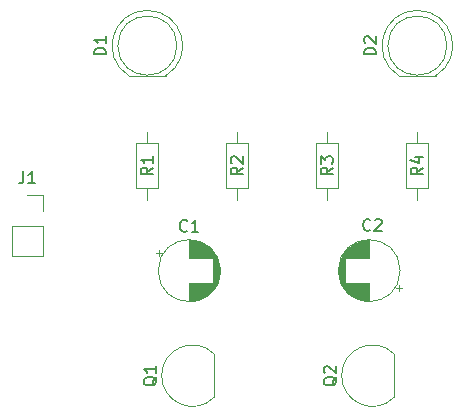
<source format=gbr>
%TF.GenerationSoftware,KiCad,Pcbnew,7.0.6*%
%TF.CreationDate,2023-08-09T00:10:05+09:00*%
%TF.ProjectId,sample_project,73616d70-6c65-45f7-9072-6f6a6563742e,rev?*%
%TF.SameCoordinates,Original*%
%TF.FileFunction,Legend,Top*%
%TF.FilePolarity,Positive*%
%FSLAX46Y46*%
G04 Gerber Fmt 4.6, Leading zero omitted, Abs format (unit mm)*
G04 Created by KiCad (PCBNEW 7.0.6) date 2023-08-09 00:10:05*
%MOMM*%
%LPD*%
G01*
G04 APERTURE LIST*
%ADD10C,0.150000*%
%ADD11C,0.120000*%
G04 APERTURE END LIST*
D10*
X160474819Y-97956666D02*
X159998628Y-98289999D01*
X160474819Y-98528094D02*
X159474819Y-98528094D01*
X159474819Y-98528094D02*
X159474819Y-98147142D01*
X159474819Y-98147142D02*
X159522438Y-98051904D01*
X159522438Y-98051904D02*
X159570057Y-98004285D01*
X159570057Y-98004285D02*
X159665295Y-97956666D01*
X159665295Y-97956666D02*
X159808152Y-97956666D01*
X159808152Y-97956666D02*
X159903390Y-98004285D01*
X159903390Y-98004285D02*
X159951009Y-98051904D01*
X159951009Y-98051904D02*
X159998628Y-98147142D01*
X159998628Y-98147142D02*
X159998628Y-98528094D01*
X159808152Y-97099523D02*
X160474819Y-97099523D01*
X159427200Y-97337618D02*
X160141485Y-97575713D01*
X160141485Y-97575713D02*
X160141485Y-96956666D01*
X156043333Y-103229580D02*
X155995714Y-103277200D01*
X155995714Y-103277200D02*
X155852857Y-103324819D01*
X155852857Y-103324819D02*
X155757619Y-103324819D01*
X155757619Y-103324819D02*
X155614762Y-103277200D01*
X155614762Y-103277200D02*
X155519524Y-103181961D01*
X155519524Y-103181961D02*
X155471905Y-103086723D01*
X155471905Y-103086723D02*
X155424286Y-102896247D01*
X155424286Y-102896247D02*
X155424286Y-102753390D01*
X155424286Y-102753390D02*
X155471905Y-102562914D01*
X155471905Y-102562914D02*
X155519524Y-102467676D01*
X155519524Y-102467676D02*
X155614762Y-102372438D01*
X155614762Y-102372438D02*
X155757619Y-102324819D01*
X155757619Y-102324819D02*
X155852857Y-102324819D01*
X155852857Y-102324819D02*
X155995714Y-102372438D01*
X155995714Y-102372438D02*
X156043333Y-102420057D01*
X156424286Y-102420057D02*
X156471905Y-102372438D01*
X156471905Y-102372438D02*
X156567143Y-102324819D01*
X156567143Y-102324819D02*
X156805238Y-102324819D01*
X156805238Y-102324819D02*
X156900476Y-102372438D01*
X156900476Y-102372438D02*
X156948095Y-102420057D01*
X156948095Y-102420057D02*
X156995714Y-102515295D01*
X156995714Y-102515295D02*
X156995714Y-102610533D01*
X156995714Y-102610533D02*
X156948095Y-102753390D01*
X156948095Y-102753390D02*
X156376667Y-103324819D01*
X156376667Y-103324819D02*
X156995714Y-103324819D01*
X137960057Y-115665238D02*
X137912438Y-115760476D01*
X137912438Y-115760476D02*
X137817200Y-115855714D01*
X137817200Y-115855714D02*
X137674342Y-115998571D01*
X137674342Y-115998571D02*
X137626723Y-116093809D01*
X137626723Y-116093809D02*
X137626723Y-116189047D01*
X137864819Y-116141428D02*
X137817200Y-116236666D01*
X137817200Y-116236666D02*
X137721961Y-116331904D01*
X137721961Y-116331904D02*
X137531485Y-116379523D01*
X137531485Y-116379523D02*
X137198152Y-116379523D01*
X137198152Y-116379523D02*
X137007676Y-116331904D01*
X137007676Y-116331904D02*
X136912438Y-116236666D01*
X136912438Y-116236666D02*
X136864819Y-116141428D01*
X136864819Y-116141428D02*
X136864819Y-115950952D01*
X136864819Y-115950952D02*
X136912438Y-115855714D01*
X136912438Y-115855714D02*
X137007676Y-115760476D01*
X137007676Y-115760476D02*
X137198152Y-115712857D01*
X137198152Y-115712857D02*
X137531485Y-115712857D01*
X137531485Y-115712857D02*
X137721961Y-115760476D01*
X137721961Y-115760476D02*
X137817200Y-115855714D01*
X137817200Y-115855714D02*
X137864819Y-115950952D01*
X137864819Y-115950952D02*
X137864819Y-116141428D01*
X137864819Y-114760476D02*
X137864819Y-115331904D01*
X137864819Y-115046190D02*
X136864819Y-115046190D01*
X136864819Y-115046190D02*
X137007676Y-115141428D01*
X137007676Y-115141428D02*
X137102914Y-115236666D01*
X137102914Y-115236666D02*
X137150533Y-115331904D01*
X137614819Y-97956666D02*
X137138628Y-98289999D01*
X137614819Y-98528094D02*
X136614819Y-98528094D01*
X136614819Y-98528094D02*
X136614819Y-98147142D01*
X136614819Y-98147142D02*
X136662438Y-98051904D01*
X136662438Y-98051904D02*
X136710057Y-98004285D01*
X136710057Y-98004285D02*
X136805295Y-97956666D01*
X136805295Y-97956666D02*
X136948152Y-97956666D01*
X136948152Y-97956666D02*
X137043390Y-98004285D01*
X137043390Y-98004285D02*
X137091009Y-98051904D01*
X137091009Y-98051904D02*
X137138628Y-98147142D01*
X137138628Y-98147142D02*
X137138628Y-98528094D01*
X137614819Y-97004285D02*
X137614819Y-97575713D01*
X137614819Y-97289999D02*
X136614819Y-97289999D01*
X136614819Y-97289999D02*
X136757676Y-97385237D01*
X136757676Y-97385237D02*
X136852914Y-97480475D01*
X136852914Y-97480475D02*
X136900533Y-97575713D01*
X126666666Y-98284819D02*
X126666666Y-98999104D01*
X126666666Y-98999104D02*
X126619047Y-99141961D01*
X126619047Y-99141961D02*
X126523809Y-99237200D01*
X126523809Y-99237200D02*
X126380952Y-99284819D01*
X126380952Y-99284819D02*
X126285714Y-99284819D01*
X127666666Y-99284819D02*
X127095238Y-99284819D01*
X127380952Y-99284819D02*
X127380952Y-98284819D01*
X127380952Y-98284819D02*
X127285714Y-98427676D01*
X127285714Y-98427676D02*
X127190476Y-98522914D01*
X127190476Y-98522914D02*
X127095238Y-98570533D01*
X156514819Y-88368094D02*
X155514819Y-88368094D01*
X155514819Y-88368094D02*
X155514819Y-88129999D01*
X155514819Y-88129999D02*
X155562438Y-87987142D01*
X155562438Y-87987142D02*
X155657676Y-87891904D01*
X155657676Y-87891904D02*
X155752914Y-87844285D01*
X155752914Y-87844285D02*
X155943390Y-87796666D01*
X155943390Y-87796666D02*
X156086247Y-87796666D01*
X156086247Y-87796666D02*
X156276723Y-87844285D01*
X156276723Y-87844285D02*
X156371961Y-87891904D01*
X156371961Y-87891904D02*
X156467200Y-87987142D01*
X156467200Y-87987142D02*
X156514819Y-88129999D01*
X156514819Y-88129999D02*
X156514819Y-88368094D01*
X155610057Y-87415713D02*
X155562438Y-87368094D01*
X155562438Y-87368094D02*
X155514819Y-87272856D01*
X155514819Y-87272856D02*
X155514819Y-87034761D01*
X155514819Y-87034761D02*
X155562438Y-86939523D01*
X155562438Y-86939523D02*
X155610057Y-86891904D01*
X155610057Y-86891904D02*
X155705295Y-86844285D01*
X155705295Y-86844285D02*
X155800533Y-86844285D01*
X155800533Y-86844285D02*
X155943390Y-86891904D01*
X155943390Y-86891904D02*
X156514819Y-87463332D01*
X156514819Y-87463332D02*
X156514819Y-86844285D01*
X145234819Y-97956666D02*
X144758628Y-98289999D01*
X145234819Y-98528094D02*
X144234819Y-98528094D01*
X144234819Y-98528094D02*
X144234819Y-98147142D01*
X144234819Y-98147142D02*
X144282438Y-98051904D01*
X144282438Y-98051904D02*
X144330057Y-98004285D01*
X144330057Y-98004285D02*
X144425295Y-97956666D01*
X144425295Y-97956666D02*
X144568152Y-97956666D01*
X144568152Y-97956666D02*
X144663390Y-98004285D01*
X144663390Y-98004285D02*
X144711009Y-98051904D01*
X144711009Y-98051904D02*
X144758628Y-98147142D01*
X144758628Y-98147142D02*
X144758628Y-98528094D01*
X144330057Y-97575713D02*
X144282438Y-97528094D01*
X144282438Y-97528094D02*
X144234819Y-97432856D01*
X144234819Y-97432856D02*
X144234819Y-97194761D01*
X144234819Y-97194761D02*
X144282438Y-97099523D01*
X144282438Y-97099523D02*
X144330057Y-97051904D01*
X144330057Y-97051904D02*
X144425295Y-97004285D01*
X144425295Y-97004285D02*
X144520533Y-97004285D01*
X144520533Y-97004285D02*
X144663390Y-97051904D01*
X144663390Y-97051904D02*
X145234819Y-97623332D01*
X145234819Y-97623332D02*
X145234819Y-97004285D01*
X140533333Y-103289580D02*
X140485714Y-103337200D01*
X140485714Y-103337200D02*
X140342857Y-103384819D01*
X140342857Y-103384819D02*
X140247619Y-103384819D01*
X140247619Y-103384819D02*
X140104762Y-103337200D01*
X140104762Y-103337200D02*
X140009524Y-103241961D01*
X140009524Y-103241961D02*
X139961905Y-103146723D01*
X139961905Y-103146723D02*
X139914286Y-102956247D01*
X139914286Y-102956247D02*
X139914286Y-102813390D01*
X139914286Y-102813390D02*
X139961905Y-102622914D01*
X139961905Y-102622914D02*
X140009524Y-102527676D01*
X140009524Y-102527676D02*
X140104762Y-102432438D01*
X140104762Y-102432438D02*
X140247619Y-102384819D01*
X140247619Y-102384819D02*
X140342857Y-102384819D01*
X140342857Y-102384819D02*
X140485714Y-102432438D01*
X140485714Y-102432438D02*
X140533333Y-102480057D01*
X141485714Y-103384819D02*
X140914286Y-103384819D01*
X141200000Y-103384819D02*
X141200000Y-102384819D01*
X141200000Y-102384819D02*
X141104762Y-102527676D01*
X141104762Y-102527676D02*
X141009524Y-102622914D01*
X141009524Y-102622914D02*
X140914286Y-102670533D01*
X152854819Y-97956666D02*
X152378628Y-98289999D01*
X152854819Y-98528094D02*
X151854819Y-98528094D01*
X151854819Y-98528094D02*
X151854819Y-98147142D01*
X151854819Y-98147142D02*
X151902438Y-98051904D01*
X151902438Y-98051904D02*
X151950057Y-98004285D01*
X151950057Y-98004285D02*
X152045295Y-97956666D01*
X152045295Y-97956666D02*
X152188152Y-97956666D01*
X152188152Y-97956666D02*
X152283390Y-98004285D01*
X152283390Y-98004285D02*
X152331009Y-98051904D01*
X152331009Y-98051904D02*
X152378628Y-98147142D01*
X152378628Y-98147142D02*
X152378628Y-98528094D01*
X151854819Y-97623332D02*
X151854819Y-97004285D01*
X151854819Y-97004285D02*
X152235771Y-97337618D01*
X152235771Y-97337618D02*
X152235771Y-97194761D01*
X152235771Y-97194761D02*
X152283390Y-97099523D01*
X152283390Y-97099523D02*
X152331009Y-97051904D01*
X152331009Y-97051904D02*
X152426247Y-97004285D01*
X152426247Y-97004285D02*
X152664342Y-97004285D01*
X152664342Y-97004285D02*
X152759580Y-97051904D01*
X152759580Y-97051904D02*
X152807200Y-97099523D01*
X152807200Y-97099523D02*
X152854819Y-97194761D01*
X152854819Y-97194761D02*
X152854819Y-97480475D01*
X152854819Y-97480475D02*
X152807200Y-97575713D01*
X152807200Y-97575713D02*
X152759580Y-97623332D01*
X153200057Y-115665238D02*
X153152438Y-115760476D01*
X153152438Y-115760476D02*
X153057200Y-115855714D01*
X153057200Y-115855714D02*
X152914342Y-115998571D01*
X152914342Y-115998571D02*
X152866723Y-116093809D01*
X152866723Y-116093809D02*
X152866723Y-116189047D01*
X153104819Y-116141428D02*
X153057200Y-116236666D01*
X153057200Y-116236666D02*
X152961961Y-116331904D01*
X152961961Y-116331904D02*
X152771485Y-116379523D01*
X152771485Y-116379523D02*
X152438152Y-116379523D01*
X152438152Y-116379523D02*
X152247676Y-116331904D01*
X152247676Y-116331904D02*
X152152438Y-116236666D01*
X152152438Y-116236666D02*
X152104819Y-116141428D01*
X152104819Y-116141428D02*
X152104819Y-115950952D01*
X152104819Y-115950952D02*
X152152438Y-115855714D01*
X152152438Y-115855714D02*
X152247676Y-115760476D01*
X152247676Y-115760476D02*
X152438152Y-115712857D01*
X152438152Y-115712857D02*
X152771485Y-115712857D01*
X152771485Y-115712857D02*
X152961961Y-115760476D01*
X152961961Y-115760476D02*
X153057200Y-115855714D01*
X153057200Y-115855714D02*
X153104819Y-115950952D01*
X153104819Y-115950952D02*
X153104819Y-116141428D01*
X152200057Y-115331904D02*
X152152438Y-115284285D01*
X152152438Y-115284285D02*
X152104819Y-115189047D01*
X152104819Y-115189047D02*
X152104819Y-114950952D01*
X152104819Y-114950952D02*
X152152438Y-114855714D01*
X152152438Y-114855714D02*
X152200057Y-114808095D01*
X152200057Y-114808095D02*
X152295295Y-114760476D01*
X152295295Y-114760476D02*
X152390533Y-114760476D01*
X152390533Y-114760476D02*
X152533390Y-114808095D01*
X152533390Y-114808095D02*
X153104819Y-115379523D01*
X153104819Y-115379523D02*
X153104819Y-114760476D01*
X133654819Y-88368094D02*
X132654819Y-88368094D01*
X132654819Y-88368094D02*
X132654819Y-88129999D01*
X132654819Y-88129999D02*
X132702438Y-87987142D01*
X132702438Y-87987142D02*
X132797676Y-87891904D01*
X132797676Y-87891904D02*
X132892914Y-87844285D01*
X132892914Y-87844285D02*
X133083390Y-87796666D01*
X133083390Y-87796666D02*
X133226247Y-87796666D01*
X133226247Y-87796666D02*
X133416723Y-87844285D01*
X133416723Y-87844285D02*
X133511961Y-87891904D01*
X133511961Y-87891904D02*
X133607200Y-87987142D01*
X133607200Y-87987142D02*
X133654819Y-88129999D01*
X133654819Y-88129999D02*
X133654819Y-88368094D01*
X133654819Y-86844285D02*
X133654819Y-87415713D01*
X133654819Y-87129999D02*
X132654819Y-87129999D01*
X132654819Y-87129999D02*
X132797676Y-87225237D01*
X132797676Y-87225237D02*
X132892914Y-87320475D01*
X132892914Y-87320475D02*
X132940533Y-87415713D01*
D11*
%TO.C,R4*%
X160020000Y-94920000D02*
X160020000Y-95870000D01*
X160940000Y-95870000D02*
X159100000Y-95870000D01*
X159100000Y-95870000D02*
X159100000Y-99710000D01*
X160940000Y-99710000D02*
X160940000Y-95870000D01*
X159100000Y-99710000D02*
X160940000Y-99710000D01*
X160020000Y-100660000D02*
X160020000Y-99710000D01*
%TO.C,C2*%
X158744775Y-108155000D02*
X158244775Y-108155000D01*
X158494775Y-108405000D02*
X158494775Y-107905000D01*
X155940000Y-109260000D02*
X155940000Y-107720000D01*
X155940000Y-105640000D02*
X155940000Y-104100000D01*
X155900000Y-109260000D02*
X155900000Y-107720000D01*
X155900000Y-105640000D02*
X155900000Y-104100000D01*
X155860000Y-109259000D02*
X155860000Y-107720000D01*
X155860000Y-105640000D02*
X155860000Y-104101000D01*
X155820000Y-109258000D02*
X155820000Y-107720000D01*
X155820000Y-105640000D02*
X155820000Y-104102000D01*
X155780000Y-109256000D02*
X155780000Y-107720000D01*
X155780000Y-105640000D02*
X155780000Y-104104000D01*
X155740000Y-109253000D02*
X155740000Y-107720000D01*
X155740000Y-105640000D02*
X155740000Y-104107000D01*
X155700000Y-109249000D02*
X155700000Y-107720000D01*
X155700000Y-105640000D02*
X155700000Y-104111000D01*
X155660000Y-109245000D02*
X155660000Y-107720000D01*
X155660000Y-105640000D02*
X155660000Y-104115000D01*
X155620000Y-109241000D02*
X155620000Y-107720000D01*
X155620000Y-105640000D02*
X155620000Y-104119000D01*
X155580000Y-109236000D02*
X155580000Y-107720000D01*
X155580000Y-105640000D02*
X155580000Y-104124000D01*
X155540000Y-109230000D02*
X155540000Y-107720000D01*
X155540000Y-105640000D02*
X155540000Y-104130000D01*
X155500000Y-109223000D02*
X155500000Y-107720000D01*
X155500000Y-105640000D02*
X155500000Y-104137000D01*
X155460000Y-109216000D02*
X155460000Y-107720000D01*
X155460000Y-105640000D02*
X155460000Y-104144000D01*
X155420000Y-109208000D02*
X155420000Y-107720000D01*
X155420000Y-105640000D02*
X155420000Y-104152000D01*
X155380000Y-109200000D02*
X155380000Y-107720000D01*
X155380000Y-105640000D02*
X155380000Y-104160000D01*
X155340000Y-109191000D02*
X155340000Y-107720000D01*
X155340000Y-105640000D02*
X155340000Y-104169000D01*
X155300000Y-109181000D02*
X155300000Y-107720000D01*
X155300000Y-105640000D02*
X155300000Y-104179000D01*
X155260000Y-109171000D02*
X155260000Y-107720000D01*
X155260000Y-105640000D02*
X155260000Y-104189000D01*
X155219000Y-109160000D02*
X155219000Y-107720000D01*
X155219000Y-105640000D02*
X155219000Y-104200000D01*
X155179000Y-109148000D02*
X155179000Y-107720000D01*
X155179000Y-105640000D02*
X155179000Y-104212000D01*
X155139000Y-109135000D02*
X155139000Y-107720000D01*
X155139000Y-105640000D02*
X155139000Y-104225000D01*
X155099000Y-109122000D02*
X155099000Y-107720000D01*
X155099000Y-105640000D02*
X155099000Y-104238000D01*
X155059000Y-109108000D02*
X155059000Y-107720000D01*
X155059000Y-105640000D02*
X155059000Y-104252000D01*
X155019000Y-109094000D02*
X155019000Y-107720000D01*
X155019000Y-105640000D02*
X155019000Y-104266000D01*
X154979000Y-109078000D02*
X154979000Y-107720000D01*
X154979000Y-105640000D02*
X154979000Y-104282000D01*
X154939000Y-109062000D02*
X154939000Y-107720000D01*
X154939000Y-105640000D02*
X154939000Y-104298000D01*
X154899000Y-109045000D02*
X154899000Y-107720000D01*
X154899000Y-105640000D02*
X154899000Y-104315000D01*
X154859000Y-109028000D02*
X154859000Y-107720000D01*
X154859000Y-105640000D02*
X154859000Y-104332000D01*
X154819000Y-109009000D02*
X154819000Y-107720000D01*
X154819000Y-105640000D02*
X154819000Y-104351000D01*
X154779000Y-108990000D02*
X154779000Y-107720000D01*
X154779000Y-105640000D02*
X154779000Y-104370000D01*
X154739000Y-108970000D02*
X154739000Y-107720000D01*
X154739000Y-105640000D02*
X154739000Y-104390000D01*
X154699000Y-108948000D02*
X154699000Y-107720000D01*
X154699000Y-105640000D02*
X154699000Y-104412000D01*
X154659000Y-108927000D02*
X154659000Y-107720000D01*
X154659000Y-105640000D02*
X154659000Y-104433000D01*
X154619000Y-108904000D02*
X154619000Y-107720000D01*
X154619000Y-105640000D02*
X154619000Y-104456000D01*
X154579000Y-108880000D02*
X154579000Y-107720000D01*
X154579000Y-105640000D02*
X154579000Y-104480000D01*
X154539000Y-108855000D02*
X154539000Y-107720000D01*
X154539000Y-105640000D02*
X154539000Y-104505000D01*
X154499000Y-108829000D02*
X154499000Y-107720000D01*
X154499000Y-105640000D02*
X154499000Y-104531000D01*
X154459000Y-108802000D02*
X154459000Y-107720000D01*
X154459000Y-105640000D02*
X154459000Y-104558000D01*
X154419000Y-108775000D02*
X154419000Y-107720000D01*
X154419000Y-105640000D02*
X154419000Y-104585000D01*
X154379000Y-108745000D02*
X154379000Y-107720000D01*
X154379000Y-105640000D02*
X154379000Y-104615000D01*
X154339000Y-108715000D02*
X154339000Y-107720000D01*
X154339000Y-105640000D02*
X154339000Y-104645000D01*
X154299000Y-108684000D02*
X154299000Y-107720000D01*
X154299000Y-105640000D02*
X154299000Y-104676000D01*
X154259000Y-108651000D02*
X154259000Y-107720000D01*
X154259000Y-105640000D02*
X154259000Y-104709000D01*
X154219000Y-108617000D02*
X154219000Y-107720000D01*
X154219000Y-105640000D02*
X154219000Y-104743000D01*
X154179000Y-108581000D02*
X154179000Y-107720000D01*
X154179000Y-105640000D02*
X154179000Y-104779000D01*
X154139000Y-108544000D02*
X154139000Y-107720000D01*
X154139000Y-105640000D02*
X154139000Y-104816000D01*
X154099000Y-108506000D02*
X154099000Y-107720000D01*
X154099000Y-105640000D02*
X154099000Y-104854000D01*
X154059000Y-108465000D02*
X154059000Y-107720000D01*
X154059000Y-105640000D02*
X154059000Y-104895000D01*
X154019000Y-108423000D02*
X154019000Y-107720000D01*
X154019000Y-105640000D02*
X154019000Y-104937000D01*
X153979000Y-108379000D02*
X153979000Y-107720000D01*
X153979000Y-105640000D02*
X153979000Y-104981000D01*
X153939000Y-108333000D02*
X153939000Y-107720000D01*
X153939000Y-105640000D02*
X153939000Y-105027000D01*
X153899000Y-108285000D02*
X153899000Y-105075000D01*
X153859000Y-108234000D02*
X153859000Y-105126000D01*
X153819000Y-108180000D02*
X153819000Y-105180000D01*
X153779000Y-108123000D02*
X153779000Y-105237000D01*
X153739000Y-108063000D02*
X153739000Y-105297000D01*
X153699000Y-107999000D02*
X153699000Y-105361000D01*
X153659000Y-107931000D02*
X153659000Y-105429000D01*
X153619000Y-107858000D02*
X153619000Y-105502000D01*
X153579000Y-107778000D02*
X153579000Y-105582000D01*
X153539000Y-107691000D02*
X153539000Y-105669000D01*
X153499000Y-107595000D02*
X153499000Y-105765000D01*
X153459000Y-107485000D02*
X153459000Y-105875000D01*
X153419000Y-107357000D02*
X153419000Y-106003000D01*
X153379000Y-107198000D02*
X153379000Y-106162000D01*
X153339000Y-106964000D02*
X153339000Y-106396000D01*
X158560000Y-106680000D02*
G75*
G03*
X158560000Y-106680000I-2620000J0D01*
G01*
%TO.C,Q1*%
X142820000Y-117370000D02*
X142820000Y-113770000D01*
X138370000Y-115570000D02*
G75*
G03*
X142808478Y-117408478I2600000J0D01*
G01*
X142808478Y-113731522D02*
G75*
G03*
X138370000Y-115570000I-1838478J-1838478D01*
G01*
%TO.C,R1*%
X137160000Y-94920000D02*
X137160000Y-95870000D01*
X138080000Y-95870000D02*
X136240000Y-95870000D01*
X136240000Y-95870000D02*
X136240000Y-99710000D01*
X138080000Y-99710000D02*
X138080000Y-95870000D01*
X136240000Y-99710000D02*
X138080000Y-99710000D01*
X137160000Y-100660000D02*
X137160000Y-99710000D01*
%TO.C,J1*%
X125670000Y-102870000D02*
X125670000Y-105470000D01*
X125670000Y-102870000D02*
X128330000Y-102870000D01*
X125670000Y-105470000D02*
X128330000Y-105470000D01*
X127000000Y-100270000D02*
X128330000Y-100270000D01*
X128330000Y-100270000D02*
X128330000Y-101600000D01*
X128330000Y-102870000D02*
X128330000Y-105470000D01*
%TO.C,D2*%
X158475000Y-90190000D02*
X161565000Y-90190000D01*
X160020462Y-84640001D02*
G75*
G03*
X158475170Y-90189999I-462J-2989999D01*
G01*
X161564830Y-90190000D02*
G75*
G03*
X160019538Y-84640000I-1544830J2560000D01*
G01*
X162520000Y-87630000D02*
G75*
G03*
X162520000Y-87630000I-2500000J0D01*
G01*
%TO.C,R2*%
X144780000Y-94920000D02*
X144780000Y-95870000D01*
X145700000Y-95870000D02*
X143860000Y-95870000D01*
X143860000Y-95870000D02*
X143860000Y-99710000D01*
X145700000Y-99710000D02*
X145700000Y-95870000D01*
X143860000Y-99710000D02*
X145700000Y-99710000D01*
X144780000Y-100660000D02*
X144780000Y-99710000D01*
%TO.C,C1*%
X137895225Y-105205000D02*
X138395225Y-105205000D01*
X138145225Y-104955000D02*
X138145225Y-105455000D01*
X140700000Y-104100000D02*
X140700000Y-105640000D01*
X140700000Y-107720000D02*
X140700000Y-109260000D01*
X140740000Y-104100000D02*
X140740000Y-105640000D01*
X140740000Y-107720000D02*
X140740000Y-109260000D01*
X140780000Y-104101000D02*
X140780000Y-105640000D01*
X140780000Y-107720000D02*
X140780000Y-109259000D01*
X140820000Y-104102000D02*
X140820000Y-105640000D01*
X140820000Y-107720000D02*
X140820000Y-109258000D01*
X140860000Y-104104000D02*
X140860000Y-105640000D01*
X140860000Y-107720000D02*
X140860000Y-109256000D01*
X140900000Y-104107000D02*
X140900000Y-105640000D01*
X140900000Y-107720000D02*
X140900000Y-109253000D01*
X140940000Y-104111000D02*
X140940000Y-105640000D01*
X140940000Y-107720000D02*
X140940000Y-109249000D01*
X140980000Y-104115000D02*
X140980000Y-105640000D01*
X140980000Y-107720000D02*
X140980000Y-109245000D01*
X141020000Y-104119000D02*
X141020000Y-105640000D01*
X141020000Y-107720000D02*
X141020000Y-109241000D01*
X141060000Y-104124000D02*
X141060000Y-105640000D01*
X141060000Y-107720000D02*
X141060000Y-109236000D01*
X141100000Y-104130000D02*
X141100000Y-105640000D01*
X141100000Y-107720000D02*
X141100000Y-109230000D01*
X141140000Y-104137000D02*
X141140000Y-105640000D01*
X141140000Y-107720000D02*
X141140000Y-109223000D01*
X141180000Y-104144000D02*
X141180000Y-105640000D01*
X141180000Y-107720000D02*
X141180000Y-109216000D01*
X141220000Y-104152000D02*
X141220000Y-105640000D01*
X141220000Y-107720000D02*
X141220000Y-109208000D01*
X141260000Y-104160000D02*
X141260000Y-105640000D01*
X141260000Y-107720000D02*
X141260000Y-109200000D01*
X141300000Y-104169000D02*
X141300000Y-105640000D01*
X141300000Y-107720000D02*
X141300000Y-109191000D01*
X141340000Y-104179000D02*
X141340000Y-105640000D01*
X141340000Y-107720000D02*
X141340000Y-109181000D01*
X141380000Y-104189000D02*
X141380000Y-105640000D01*
X141380000Y-107720000D02*
X141380000Y-109171000D01*
X141421000Y-104200000D02*
X141421000Y-105640000D01*
X141421000Y-107720000D02*
X141421000Y-109160000D01*
X141461000Y-104212000D02*
X141461000Y-105640000D01*
X141461000Y-107720000D02*
X141461000Y-109148000D01*
X141501000Y-104225000D02*
X141501000Y-105640000D01*
X141501000Y-107720000D02*
X141501000Y-109135000D01*
X141541000Y-104238000D02*
X141541000Y-105640000D01*
X141541000Y-107720000D02*
X141541000Y-109122000D01*
X141581000Y-104252000D02*
X141581000Y-105640000D01*
X141581000Y-107720000D02*
X141581000Y-109108000D01*
X141621000Y-104266000D02*
X141621000Y-105640000D01*
X141621000Y-107720000D02*
X141621000Y-109094000D01*
X141661000Y-104282000D02*
X141661000Y-105640000D01*
X141661000Y-107720000D02*
X141661000Y-109078000D01*
X141701000Y-104298000D02*
X141701000Y-105640000D01*
X141701000Y-107720000D02*
X141701000Y-109062000D01*
X141741000Y-104315000D02*
X141741000Y-105640000D01*
X141741000Y-107720000D02*
X141741000Y-109045000D01*
X141781000Y-104332000D02*
X141781000Y-105640000D01*
X141781000Y-107720000D02*
X141781000Y-109028000D01*
X141821000Y-104351000D02*
X141821000Y-105640000D01*
X141821000Y-107720000D02*
X141821000Y-109009000D01*
X141861000Y-104370000D02*
X141861000Y-105640000D01*
X141861000Y-107720000D02*
X141861000Y-108990000D01*
X141901000Y-104390000D02*
X141901000Y-105640000D01*
X141901000Y-107720000D02*
X141901000Y-108970000D01*
X141941000Y-104412000D02*
X141941000Y-105640000D01*
X141941000Y-107720000D02*
X141941000Y-108948000D01*
X141981000Y-104433000D02*
X141981000Y-105640000D01*
X141981000Y-107720000D02*
X141981000Y-108927000D01*
X142021000Y-104456000D02*
X142021000Y-105640000D01*
X142021000Y-107720000D02*
X142021000Y-108904000D01*
X142061000Y-104480000D02*
X142061000Y-105640000D01*
X142061000Y-107720000D02*
X142061000Y-108880000D01*
X142101000Y-104505000D02*
X142101000Y-105640000D01*
X142101000Y-107720000D02*
X142101000Y-108855000D01*
X142141000Y-104531000D02*
X142141000Y-105640000D01*
X142141000Y-107720000D02*
X142141000Y-108829000D01*
X142181000Y-104558000D02*
X142181000Y-105640000D01*
X142181000Y-107720000D02*
X142181000Y-108802000D01*
X142221000Y-104585000D02*
X142221000Y-105640000D01*
X142221000Y-107720000D02*
X142221000Y-108775000D01*
X142261000Y-104615000D02*
X142261000Y-105640000D01*
X142261000Y-107720000D02*
X142261000Y-108745000D01*
X142301000Y-104645000D02*
X142301000Y-105640000D01*
X142301000Y-107720000D02*
X142301000Y-108715000D01*
X142341000Y-104676000D02*
X142341000Y-105640000D01*
X142341000Y-107720000D02*
X142341000Y-108684000D01*
X142381000Y-104709000D02*
X142381000Y-105640000D01*
X142381000Y-107720000D02*
X142381000Y-108651000D01*
X142421000Y-104743000D02*
X142421000Y-105640000D01*
X142421000Y-107720000D02*
X142421000Y-108617000D01*
X142461000Y-104779000D02*
X142461000Y-105640000D01*
X142461000Y-107720000D02*
X142461000Y-108581000D01*
X142501000Y-104816000D02*
X142501000Y-105640000D01*
X142501000Y-107720000D02*
X142501000Y-108544000D01*
X142541000Y-104854000D02*
X142541000Y-105640000D01*
X142541000Y-107720000D02*
X142541000Y-108506000D01*
X142581000Y-104895000D02*
X142581000Y-105640000D01*
X142581000Y-107720000D02*
X142581000Y-108465000D01*
X142621000Y-104937000D02*
X142621000Y-105640000D01*
X142621000Y-107720000D02*
X142621000Y-108423000D01*
X142661000Y-104981000D02*
X142661000Y-105640000D01*
X142661000Y-107720000D02*
X142661000Y-108379000D01*
X142701000Y-105027000D02*
X142701000Y-105640000D01*
X142701000Y-107720000D02*
X142701000Y-108333000D01*
X142741000Y-105075000D02*
X142741000Y-108285000D01*
X142781000Y-105126000D02*
X142781000Y-108234000D01*
X142821000Y-105180000D02*
X142821000Y-108180000D01*
X142861000Y-105237000D02*
X142861000Y-108123000D01*
X142901000Y-105297000D02*
X142901000Y-108063000D01*
X142941000Y-105361000D02*
X142941000Y-107999000D01*
X142981000Y-105429000D02*
X142981000Y-107931000D01*
X143021000Y-105502000D02*
X143021000Y-107858000D01*
X143061000Y-105582000D02*
X143061000Y-107778000D01*
X143101000Y-105669000D02*
X143101000Y-107691000D01*
X143141000Y-105765000D02*
X143141000Y-107595000D01*
X143181000Y-105875000D02*
X143181000Y-107485000D01*
X143221000Y-106003000D02*
X143221000Y-107357000D01*
X143261000Y-106162000D02*
X143261000Y-107198000D01*
X143301000Y-106396000D02*
X143301000Y-106964000D01*
X143320000Y-106680000D02*
G75*
G03*
X143320000Y-106680000I-2620000J0D01*
G01*
%TO.C,R3*%
X152400000Y-100660000D02*
X152400000Y-99710000D01*
X151480000Y-99710000D02*
X153320000Y-99710000D01*
X153320000Y-99710000D02*
X153320000Y-95870000D01*
X151480000Y-95870000D02*
X151480000Y-99710000D01*
X153320000Y-95870000D02*
X151480000Y-95870000D01*
X152400000Y-94920000D02*
X152400000Y-95870000D01*
%TO.C,Q2*%
X158060000Y-117370000D02*
X158060000Y-113770000D01*
X153610000Y-115570000D02*
G75*
G03*
X158048478Y-117408478I2600000J0D01*
G01*
X158048478Y-113731522D02*
G75*
G03*
X153610000Y-115570000I-1838478J-1838478D01*
G01*
%TO.C,D1*%
X135615000Y-90190000D02*
X138705000Y-90190000D01*
X137160462Y-84640001D02*
G75*
G03*
X135615170Y-90189999I-462J-2989999D01*
G01*
X138704830Y-90190000D02*
G75*
G03*
X137159538Y-84640000I-1544830J2560000D01*
G01*
X139660000Y-87630000D02*
G75*
G03*
X139660000Y-87630000I-2500000J0D01*
G01*
%TD*%
M02*

</source>
